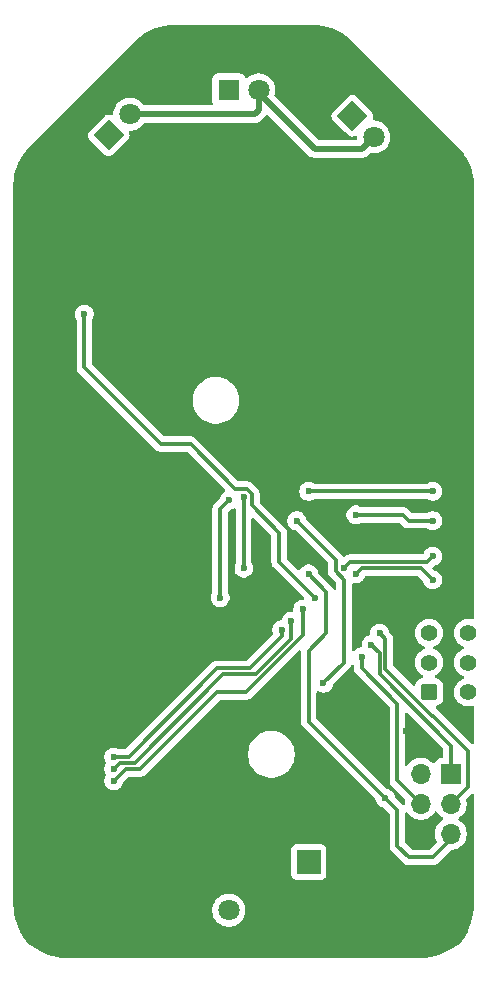
<source format=gbr>
%TF.GenerationSoftware,KiCad,Pcbnew,9.0.0*%
%TF.CreationDate,2025-12-02T16:05:52+02:00*%
%TF.ProjectId,Start_Stop_Remote,53746172-745f-4537-946f-705f52656d6f,rev?*%
%TF.SameCoordinates,Original*%
%TF.FileFunction,Copper,L2,Bot*%
%TF.FilePolarity,Positive*%
%FSLAX46Y46*%
G04 Gerber Fmt 4.6, Leading zero omitted, Abs format (unit mm)*
G04 Created by KiCad (PCBNEW 9.0.0) date 2025-12-02 16:05:52*
%MOMM*%
%LPD*%
G01*
G04 APERTURE LIST*
G04 Aperture macros list*
%AMRoundRect*
0 Rectangle with rounded corners*
0 $1 Rounding radius*
0 $2 $3 $4 $5 $6 $7 $8 $9 X,Y pos of 4 corners*
0 Add a 4 corners polygon primitive as box body*
4,1,4,$2,$3,$4,$5,$6,$7,$8,$9,$2,$3,0*
0 Add four circle primitives for the rounded corners*
1,1,$1+$1,$2,$3*
1,1,$1+$1,$4,$5*
1,1,$1+$1,$6,$7*
1,1,$1+$1,$8,$9*
0 Add four rect primitives between the rounded corners*
20,1,$1+$1,$2,$3,$4,$5,0*
20,1,$1+$1,$4,$5,$6,$7,0*
20,1,$1+$1,$6,$7,$8,$9,0*
20,1,$1+$1,$8,$9,$2,$3,0*%
%AMRotRect*
0 Rectangle, with rotation*
0 The origin of the aperture is its center*
0 $1 length*
0 $2 width*
0 $3 Rotation angle, in degrees counterclockwise*
0 Add horizontal line*
21,1,$1,$2,0,0,$3*%
G04 Aperture macros list end*
%TA.AperFunction,ComponentPad*%
%ADD10C,0.800000*%
%TD*%
%TA.AperFunction,ComponentPad*%
%ADD11C,6.400000*%
%TD*%
%TA.AperFunction,ComponentPad*%
%ADD12RoundRect,0.250000X0.450000X-0.450000X0.450000X0.450000X-0.450000X0.450000X-0.450000X-0.450000X0*%
%TD*%
%TA.AperFunction,ComponentPad*%
%ADD13C,1.400000*%
%TD*%
%TA.AperFunction,ComponentPad*%
%ADD14R,1.800000X1.800000*%
%TD*%
%TA.AperFunction,ComponentPad*%
%ADD15C,1.800000*%
%TD*%
%TA.AperFunction,ComponentPad*%
%ADD16R,1.700000X1.700000*%
%TD*%
%TA.AperFunction,ComponentPad*%
%ADD17O,1.700000X1.700000*%
%TD*%
%TA.AperFunction,ComponentPad*%
%ADD18RotRect,1.800000X1.800000X45.000000*%
%TD*%
%TA.AperFunction,ComponentPad*%
%ADD19R,2.000000X2.000000*%
%TD*%
%TA.AperFunction,ComponentPad*%
%ADD20C,2.000000*%
%TD*%
%TA.AperFunction,ComponentPad*%
%ADD21RotRect,1.800000X1.800000X315.000000*%
%TD*%
%TA.AperFunction,ViaPad*%
%ADD22C,0.600000*%
%TD*%
%TA.AperFunction,Conductor*%
%ADD23C,0.300000*%
%TD*%
%TA.AperFunction,Conductor*%
%ADD24C,0.500000*%
%TD*%
G04 APERTURE END LIST*
D10*
%TO.P,H1,1,1*%
%TO.N,GND*%
X7100000Y-18000000D03*
X7802944Y-16302944D03*
X7802944Y-19697056D03*
X9500000Y-15600000D03*
D11*
X9500000Y-18000000D03*
D10*
X9500000Y-20400000D03*
X11197056Y-16302944D03*
X11197056Y-19697056D03*
X11900000Y-18000000D03*
%TD*%
%TO.P,H3,1,1*%
%TO.N,GND*%
X6600000Y-76000000D03*
X7302944Y-74302944D03*
X7302944Y-77697056D03*
X9000000Y-73600000D03*
D11*
X9000000Y-76000000D03*
D10*
X9000000Y-78400000D03*
X10697056Y-74302944D03*
X10697056Y-77697056D03*
X11400000Y-76000000D03*
%TD*%
D12*
%TO.P,SW6,1,A*%
%TO.N,Net-(BT1-+)*%
X40700000Y-57000000D03*
D13*
%TO.P,SW6,2,B*%
%TO.N,VCC*%
X40700000Y-54500000D03*
%TO.P,SW6,3,C*%
%TO.N,unconnected-(SW6-C-Pad3)*%
X40700000Y-52000000D03*
%TO.P,SW6,4,A*%
%TO.N,unconnected-(SW6-A-Pad4)*%
X44000000Y-52000000D03*
%TO.P,SW6,5,B*%
%TO.N,unconnected-(SW6-B-Pad5)*%
X44000000Y-54500000D03*
%TO.P,SW6,6,C*%
%TO.N,unconnected-(SW6-C-Pad6)*%
X44000000Y-57000000D03*
%TD*%
D10*
%TO.P,H2,1,1*%
%TO.N,GND*%
X38100000Y-18000000D03*
X38802944Y-16302944D03*
X38802944Y-19697056D03*
X40500000Y-15600000D03*
D11*
X40500000Y-18000000D03*
D10*
X40500000Y-20400000D03*
X42197056Y-16302944D03*
X42197056Y-19697056D03*
X42900000Y-18000000D03*
%TD*%
%TO.P,H4,1,1*%
%TO.N,GND*%
X38600000Y-76000000D03*
X39302944Y-74302944D03*
X39302944Y-77697056D03*
X41000000Y-73600000D03*
D11*
X41000000Y-76000000D03*
D10*
X41000000Y-78400000D03*
X42697056Y-74302944D03*
X42697056Y-77697056D03*
X43400000Y-76000000D03*
%TD*%
D14*
%TO.P,D12,1,K*%
%TO.N,GND*%
X26275000Y-75475000D03*
D15*
%TO.P,D12,2,A*%
%TO.N,Net-(D12-A)*%
X23735000Y-75475000D03*
%TD*%
D14*
%TO.P,D10,1,K*%
%TO.N,Net-(D10-K)*%
X23725000Y-6025000D03*
D15*
%TO.P,D10,2,A*%
%TO.N,VCC*%
X26265000Y-6025000D03*
%TD*%
D16*
%TO.P,J1,1,MISO*%
%TO.N,/MISO*%
X42540000Y-63920000D03*
D17*
%TO.P,J1,2,VCC*%
%TO.N,VCC*%
X40000000Y-63920000D03*
%TO.P,J1,3,SCK*%
%TO.N,/SCK*%
X42540000Y-66460000D03*
%TO.P,J1,4,MOSI*%
%TO.N,/MOSI*%
X40000000Y-66460000D03*
%TO.P,J1,5,~{RST}*%
%TO.N,/RESET*%
X42540000Y-69000000D03*
%TO.P,J1,6,GND*%
%TO.N,GND*%
X40000000Y-69000000D03*
%TD*%
D18*
%TO.P,D9,1,K*%
%TO.N,Net-(D1-K)*%
X13565864Y-9868987D03*
D15*
%TO.P,D9,2,A*%
%TO.N,VCC*%
X15361915Y-8072936D03*
%TD*%
D19*
%TO.P,BT1,1,+*%
%TO.N,Net-(BT1-+)*%
X30500000Y-71400000D03*
D20*
%TO.P,BT1,2,-*%
%TO.N,GND*%
X19500000Y-71400000D03*
%TD*%
D21*
%TO.P,D11,1,K*%
%TO.N,Net-(D11-K)*%
X34203949Y-8203949D03*
D15*
%TO.P,D11,2,A*%
%TO.N,VCC*%
X36000000Y-10000000D03*
%TD*%
D22*
%TO.N,GND*%
X35800000Y-45094975D03*
X31500000Y-62500000D03*
X27000000Y-11000000D03*
X24000000Y-46500000D03*
X9000000Y-35500000D03*
X28000000Y-77500000D03*
X29500000Y-56000000D03*
X7000000Y-60500000D03*
X25000000Y-16500000D03*
X26000000Y-50000000D03*
X15000000Y-35500000D03*
X18000000Y-65500000D03*
X11500000Y-56000000D03*
X41000000Y-61500000D03*
X36000000Y-49500000D03*
X17500000Y-31500000D03*
X17500000Y-5500000D03*
X33000000Y-5000000D03*
X39500000Y-48500000D03*
X37000000Y-62500000D03*
X19000000Y-3500000D03*
X19000000Y-12000000D03*
X34000000Y-67000000D03*
X9000000Y-49000000D03*
X34500000Y-58500000D03*
X31500000Y-57500000D03*
X27000000Y-39800000D03*
X43500000Y-60000000D03*
X18000000Y-49000000D03*
X27500000Y-4000000D03*
X29500000Y-13500000D03*
X38700000Y-60325007D03*
X38500000Y-54000000D03*
X33500000Y-41000000D03*
X6500000Y-71500000D03*
X37000000Y-58500000D03*
X34000000Y-44000000D03*
X25000000Y-27000000D03*
X18500000Y-56000000D03*
%TO.N,/S_LED1*%
X14000000Y-62495000D03*
X28212132Y-51712132D03*
%TO.N,/S_LED2*%
X29000000Y-51000000D03*
X14000000Y-63495000D03*
%TO.N,/S_LED3*%
X14000000Y-64495000D03*
X30000000Y-50000001D03*
%TO.N,/MOSI*%
X31000000Y-49000000D03*
X35000000Y-54000000D03*
X11500000Y-25000000D03*
%TO.N,/MISO*%
X35800000Y-53000000D03*
%TO.N,/SCK*%
X36500000Y-52000000D03*
%TO.N,/RESET*%
X30500000Y-47000000D03*
X37000000Y-66000000D03*
%TO.N,/CMD_LEDS*%
X29500000Y-42500000D03*
X31750000Y-56250000D03*
%TO.N,/SW_STOP*%
X23750000Y-40750000D03*
X23000000Y-49000000D03*
%TO.N,Net-(U1-PD0)*%
X30500000Y-40000000D03*
X25000000Y-46500000D03*
X41000000Y-40000000D03*
X25000000Y-40500000D03*
%TO.N,Net-(U1-ADC6)*%
X41000000Y-47500000D03*
X34494975Y-46994976D03*
%TO.N,Net-(U1-ADC7)*%
X41000000Y-42500000D03*
X34500000Y-42000000D03*
%TO.N,Net-(U1-AREF)*%
X33500000Y-46500000D03*
X41000000Y-45500000D03*
%TD*%
D23*
%TO.N,/S_LED1*%
X25500000Y-55000000D02*
X28212132Y-52287868D01*
X14000000Y-62495000D02*
X15255000Y-62495000D01*
X22750000Y-55000000D02*
X25500000Y-55000000D01*
X15255000Y-62495000D02*
X22750000Y-55000000D01*
X28212132Y-52287868D02*
X28212132Y-51712132D01*
%TO.N,/S_LED2*%
X15755000Y-62995000D02*
X14500000Y-62995000D01*
X26000000Y-55500000D02*
X23250000Y-55500000D01*
X14500000Y-62995000D02*
X14000000Y-63495000D01*
X29000000Y-52500000D02*
X26000000Y-55500000D01*
X29000000Y-51000000D02*
X29000000Y-52500000D01*
X23250000Y-55500000D02*
X15755000Y-62995000D01*
%TO.N,/S_LED3*%
X25207106Y-57000000D02*
X22750000Y-57000000D01*
X14995000Y-63500000D02*
X14000000Y-64495000D01*
X16250000Y-63500000D02*
X14995000Y-63500000D01*
X30000000Y-50000001D02*
X30000000Y-52207106D01*
X22750000Y-57000000D02*
X16250000Y-63500000D01*
X30000000Y-52207106D02*
X25207106Y-57000000D01*
%TO.N,/MOSI*%
X38000000Y-58000000D02*
X35000000Y-55000000D01*
X40000000Y-66460000D02*
X38000000Y-64460000D01*
X28000000Y-46000000D02*
X28000000Y-43500000D01*
X20500000Y-36000000D02*
X18000000Y-36000000D01*
X38000000Y-64460000D02*
X38000000Y-58000000D01*
X25289950Y-39800000D02*
X24300000Y-39800000D01*
X28000000Y-43500000D02*
X25700000Y-41200000D01*
X11500000Y-29500000D02*
X11500000Y-25000000D01*
X24300000Y-39800000D02*
X20500000Y-36000000D01*
X25700000Y-40210050D02*
X25289950Y-39800000D01*
X31000000Y-49000000D02*
X28000000Y-46000000D01*
X18000000Y-36000000D02*
X11500000Y-29500000D01*
X25700000Y-41200000D02*
X25700000Y-40210050D01*
X35000000Y-55000000D02*
X35000000Y-54000000D01*
D24*
%TO.N,VCC*%
X25927064Y-8072936D02*
X26265000Y-7735000D01*
X31000000Y-11000000D02*
X35000000Y-11000000D01*
X26265000Y-7735000D02*
X26265000Y-6025000D01*
X15361915Y-8072936D02*
X25927064Y-8072936D01*
X26265000Y-6265000D02*
X31000000Y-11000000D01*
X35000000Y-11000000D02*
X36000000Y-10000000D01*
X26265000Y-6025000D02*
X26265000Y-6265000D01*
D23*
%TO.N,/MISO*%
X42540000Y-61540000D02*
X36500000Y-55500000D01*
X36500000Y-55500000D02*
X36500000Y-53700000D01*
X36500000Y-53700000D02*
X35800000Y-53000000D01*
X42540000Y-63920000D02*
X42540000Y-61540000D01*
%TO.N,/SCK*%
X41000000Y-59000000D02*
X40943130Y-59000000D01*
X44000000Y-65000000D02*
X44000000Y-62000000D01*
X44000000Y-62000000D02*
X41000000Y-59000000D01*
X40943130Y-59000000D02*
X37000000Y-55056870D01*
X37000000Y-55056870D02*
X37000000Y-52500000D01*
X37000000Y-52500000D02*
X36500000Y-52000000D01*
X42540000Y-66460000D02*
X44000000Y-65000000D01*
%TO.N,/RESET*%
X30500000Y-59500000D02*
X37000000Y-66000000D01*
X38000000Y-70000000D02*
X39000000Y-71000000D01*
X42540000Y-69480000D02*
X42540000Y-69000000D01*
X32000000Y-52000000D02*
X30500000Y-53500000D01*
X30500000Y-47000000D02*
X32000000Y-48500000D01*
X41020000Y-71000000D02*
X42540000Y-69480000D01*
X30500000Y-53500000D02*
X30500000Y-59500000D01*
X38000000Y-67000000D02*
X38000000Y-70000000D01*
X37000000Y-66000000D02*
X38000000Y-67000000D01*
X32000000Y-48500000D02*
X32000000Y-52000000D01*
X39000000Y-71000000D02*
X41020000Y-71000000D01*
%TO.N,/CMD_LEDS*%
X33500000Y-47489950D02*
X33500000Y-54500000D01*
X29500000Y-42500000D02*
X32800000Y-45800000D01*
X32800000Y-45800000D02*
X32800000Y-46789950D01*
X33500000Y-54500000D02*
X31750000Y-56250000D01*
X32800000Y-46789950D02*
X33500000Y-47489950D01*
%TO.N,/SW_STOP*%
X23000000Y-41500000D02*
X23750000Y-40750000D01*
X23000000Y-49000000D02*
X23000000Y-41500000D01*
%TO.N,Net-(U1-PD0)*%
X25000000Y-46500000D02*
X25000000Y-40500000D01*
X30500000Y-40000000D02*
X41000000Y-40000000D01*
%TO.N,Net-(U1-ADC6)*%
X34989951Y-46500000D02*
X40000000Y-46500000D01*
X40000000Y-46500000D02*
X41000000Y-47500000D01*
X34494975Y-46994976D02*
X34989951Y-46500000D01*
%TO.N,Net-(U1-ADC7)*%
X34500000Y-42000000D02*
X38500000Y-42000000D01*
X40000000Y-42500000D02*
X41000000Y-42500000D01*
X39000000Y-42500000D02*
X40000000Y-42500000D01*
X38500000Y-42000000D02*
X39000000Y-42500000D01*
%TO.N,Net-(U1-AREF)*%
X34000000Y-46000000D02*
X40500000Y-46000000D01*
X40500000Y-46000000D02*
X41000000Y-45500000D01*
X33500000Y-46500000D02*
X34000000Y-46000000D01*
%TD*%
%TA.AperFunction,Conductor*%
%TO.N,GND*%
G36*
X30931631Y-500618D02*
G01*
X31315701Y-517388D01*
X31326437Y-518328D01*
X31704908Y-568155D01*
X31715527Y-570027D01*
X32088220Y-652650D01*
X32098646Y-655444D01*
X32347063Y-733768D01*
X32462697Y-770227D01*
X32472862Y-773927D01*
X32825505Y-919993D01*
X32835308Y-924564D01*
X33173890Y-1100813D01*
X33183255Y-1106218D01*
X33505199Y-1311313D01*
X33514053Y-1317513D01*
X33699751Y-1459998D01*
X33816889Y-1549878D01*
X33825175Y-1556831D01*
X34107988Y-1815969D01*
X34111898Y-1819712D01*
X43179697Y-10887511D01*
X43183432Y-10891412D01*
X43294657Y-11012791D01*
X43443159Y-11174851D01*
X43450113Y-11183138D01*
X43682481Y-11485965D01*
X43688686Y-11494827D01*
X43893773Y-11816750D01*
X43899181Y-11826118D01*
X44075433Y-12164696D01*
X44080005Y-12174501D01*
X44226070Y-12527140D01*
X44229770Y-12537305D01*
X44344548Y-12901340D01*
X44347348Y-12911790D01*
X44429962Y-13284453D01*
X44431840Y-13295106D01*
X44481656Y-13673534D01*
X44482599Y-13684311D01*
X44499381Y-14068791D01*
X44499499Y-14074196D01*
X44499499Y-14107126D01*
X44499499Y-14136953D01*
X44499499Y-14136955D01*
X44499500Y-14146947D01*
X44499500Y-50729345D01*
X44479815Y-50796384D01*
X44427011Y-50842139D01*
X44357853Y-50852083D01*
X44337181Y-50847276D01*
X44281118Y-50829059D01*
X44094486Y-50799500D01*
X44094481Y-50799500D01*
X43905519Y-50799500D01*
X43905514Y-50799500D01*
X43718881Y-50829059D01*
X43539163Y-50887454D01*
X43370800Y-50973240D01*
X43283579Y-51036610D01*
X43217927Y-51084310D01*
X43217925Y-51084312D01*
X43217924Y-51084312D01*
X43084312Y-51217924D01*
X43084312Y-51217925D01*
X43084310Y-51217927D01*
X43075347Y-51230264D01*
X42973240Y-51370800D01*
X42887454Y-51539163D01*
X42829059Y-51718881D01*
X42799500Y-51905513D01*
X42799500Y-52094486D01*
X42829059Y-52281118D01*
X42887454Y-52460836D01*
X42968968Y-52620814D01*
X42973240Y-52629199D01*
X43084310Y-52782073D01*
X43217927Y-52915690D01*
X43370801Y-53026760D01*
X43450347Y-53067290D01*
X43539163Y-53112545D01*
X43539165Y-53112545D01*
X43539168Y-53112547D01*
X43599251Y-53132069D01*
X43656926Y-53171507D01*
X43684124Y-53235866D01*
X43672209Y-53304712D01*
X43624965Y-53356188D01*
X43599253Y-53367930D01*
X43580756Y-53373939D01*
X43539163Y-53387454D01*
X43370800Y-53473240D01*
X43330386Y-53502603D01*
X43217927Y-53584310D01*
X43217925Y-53584312D01*
X43217924Y-53584312D01*
X43084312Y-53717924D01*
X43084312Y-53717925D01*
X43084310Y-53717927D01*
X43073267Y-53733127D01*
X42973240Y-53870800D01*
X42887454Y-54039163D01*
X42829059Y-54218881D01*
X42799500Y-54405513D01*
X42799500Y-54594486D01*
X42829059Y-54781118D01*
X42887454Y-54960836D01*
X42940055Y-55064070D01*
X42973240Y-55129199D01*
X43084310Y-55282073D01*
X43217927Y-55415690D01*
X43370801Y-55526760D01*
X43433946Y-55558934D01*
X43539163Y-55612545D01*
X43539165Y-55612545D01*
X43539168Y-55612547D01*
X43599251Y-55632069D01*
X43656926Y-55671507D01*
X43684124Y-55735866D01*
X43672209Y-55804712D01*
X43624965Y-55856188D01*
X43599253Y-55867930D01*
X43580756Y-55873939D01*
X43539163Y-55887454D01*
X43370800Y-55973240D01*
X43283579Y-56036610D01*
X43217927Y-56084310D01*
X43217925Y-56084312D01*
X43217924Y-56084312D01*
X43084312Y-56217924D01*
X43084312Y-56217925D01*
X43084310Y-56217927D01*
X43036610Y-56283579D01*
X42973240Y-56370800D01*
X42887454Y-56539163D01*
X42829059Y-56718881D01*
X42799500Y-56905513D01*
X42799500Y-57094486D01*
X42829059Y-57281118D01*
X42887454Y-57460836D01*
X42971355Y-57625500D01*
X42973240Y-57629199D01*
X43084310Y-57782073D01*
X43217927Y-57915690D01*
X43370801Y-58026760D01*
X43402105Y-58042710D01*
X43539163Y-58112545D01*
X43539165Y-58112545D01*
X43539168Y-58112547D01*
X43635497Y-58143846D01*
X43718881Y-58170940D01*
X43905514Y-58200500D01*
X43905519Y-58200500D01*
X44094486Y-58200500D01*
X44184963Y-58186169D01*
X44281118Y-58170940D01*
X44281123Y-58170938D01*
X44281125Y-58170938D01*
X44311447Y-58161085D01*
X44337180Y-58152723D01*
X44407021Y-58150727D01*
X44466854Y-58186806D01*
X44497683Y-58249507D01*
X44499500Y-58270654D01*
X44499500Y-61280191D01*
X44479815Y-61347230D01*
X44427011Y-61392985D01*
X44357853Y-61402929D01*
X44294297Y-61373904D01*
X44287819Y-61367872D01*
X41414673Y-58494726D01*
X41308126Y-58423534D01*
X41300298Y-58420292D01*
X41245895Y-58376450D01*
X41223832Y-58310155D01*
X41241113Y-58242456D01*
X41292251Y-58194847D01*
X41308740Y-58188029D01*
X41469334Y-58134814D01*
X41618656Y-58042712D01*
X41742712Y-57918656D01*
X41834814Y-57769334D01*
X41889999Y-57602797D01*
X41900500Y-57500009D01*
X41900499Y-56499992D01*
X41898814Y-56483500D01*
X41889999Y-56397203D01*
X41889998Y-56397200D01*
X41881250Y-56370800D01*
X41834814Y-56230666D01*
X41742712Y-56081344D01*
X41618656Y-55957288D01*
X41525888Y-55900069D01*
X41469336Y-55865187D01*
X41469331Y-55865185D01*
X41442180Y-55856188D01*
X41302797Y-55810001D01*
X41302795Y-55810000D01*
X41280424Y-55807715D01*
X41215733Y-55781317D01*
X41175583Y-55724136D01*
X41172721Y-55654325D01*
X41208056Y-55594049D01*
X41236731Y-55573874D01*
X41329199Y-55526760D01*
X41482073Y-55415690D01*
X41615690Y-55282073D01*
X41726760Y-55129199D01*
X41812547Y-54960832D01*
X41870940Y-54781118D01*
X41872328Y-54772352D01*
X41900500Y-54594486D01*
X41900500Y-54405513D01*
X41870940Y-54218881D01*
X41812545Y-54039163D01*
X41726759Y-53870800D01*
X41615690Y-53717927D01*
X41482073Y-53584310D01*
X41329199Y-53473240D01*
X41228105Y-53421730D01*
X41160834Y-53387454D01*
X41160833Y-53387453D01*
X41160832Y-53387453D01*
X41100748Y-53367930D01*
X41043073Y-53328493D01*
X41015875Y-53264135D01*
X41027790Y-53195288D01*
X41075034Y-53143813D01*
X41100746Y-53132069D01*
X41160832Y-53112547D01*
X41329199Y-53026760D01*
X41482073Y-52915690D01*
X41615690Y-52782073D01*
X41726760Y-52629199D01*
X41812547Y-52460832D01*
X41870940Y-52281118D01*
X41876443Y-52246373D01*
X41900500Y-52094486D01*
X41900500Y-51905513D01*
X41870940Y-51718881D01*
X41812545Y-51539163D01*
X41767290Y-51450347D01*
X41726760Y-51370801D01*
X41615690Y-51217927D01*
X41482073Y-51084310D01*
X41329199Y-50973240D01*
X41160836Y-50887454D01*
X40981118Y-50829059D01*
X40794486Y-50799500D01*
X40794481Y-50799500D01*
X40605519Y-50799500D01*
X40605514Y-50799500D01*
X40418881Y-50829059D01*
X40239163Y-50887454D01*
X40070800Y-50973240D01*
X39983579Y-51036610D01*
X39917927Y-51084310D01*
X39917925Y-51084312D01*
X39917924Y-51084312D01*
X39784312Y-51217924D01*
X39784312Y-51217925D01*
X39784310Y-51217927D01*
X39775347Y-51230264D01*
X39673240Y-51370800D01*
X39587454Y-51539163D01*
X39529059Y-51718881D01*
X39499500Y-51905513D01*
X39499500Y-52094486D01*
X39529059Y-52281118D01*
X39587454Y-52460836D01*
X39668968Y-52620814D01*
X39673240Y-52629199D01*
X39784310Y-52782073D01*
X39917927Y-52915690D01*
X40070801Y-53026760D01*
X40150347Y-53067290D01*
X40239163Y-53112545D01*
X40239165Y-53112545D01*
X40239168Y-53112547D01*
X40299251Y-53132069D01*
X40356926Y-53171507D01*
X40384124Y-53235866D01*
X40372209Y-53304712D01*
X40324965Y-53356188D01*
X40299253Y-53367930D01*
X40280756Y-53373939D01*
X40239163Y-53387454D01*
X40070800Y-53473240D01*
X40030386Y-53502603D01*
X39917927Y-53584310D01*
X39917925Y-53584312D01*
X39917924Y-53584312D01*
X39784312Y-53717924D01*
X39784312Y-53717925D01*
X39784310Y-53717927D01*
X39773267Y-53733127D01*
X39673240Y-53870800D01*
X39587454Y-54039163D01*
X39529059Y-54218881D01*
X39499500Y-54405513D01*
X39499500Y-54594486D01*
X39529059Y-54781118D01*
X39587454Y-54960836D01*
X39640055Y-55064070D01*
X39673240Y-55129199D01*
X39784310Y-55282073D01*
X39917927Y-55415690D01*
X39978339Y-55459582D01*
X40070802Y-55526761D01*
X40163264Y-55573872D01*
X40214061Y-55621846D01*
X40230856Y-55689667D01*
X40208319Y-55755802D01*
X40153604Y-55799254D01*
X40119576Y-55807715D01*
X40097200Y-55810001D01*
X39930668Y-55865185D01*
X39930663Y-55865187D01*
X39781342Y-55957289D01*
X39657289Y-56081342D01*
X39565187Y-56230663D01*
X39565186Y-56230666D01*
X39511081Y-56393942D01*
X39471308Y-56451386D01*
X39406792Y-56478209D01*
X39338016Y-56465894D01*
X39305694Y-56442618D01*
X37686819Y-54823743D01*
X37653334Y-54762420D01*
X37650500Y-54736062D01*
X37650500Y-52435928D01*
X37625502Y-52310261D01*
X37625501Y-52310260D01*
X37625501Y-52310256D01*
X37576465Y-52191873D01*
X37543834Y-52143037D01*
X37543833Y-52143035D01*
X37543832Y-52143033D01*
X37505280Y-52085336D01*
X37505277Y-52085331D01*
X37317015Y-51897069D01*
X37283530Y-51835746D01*
X37283093Y-51833652D01*
X37269737Y-51766503D01*
X37245599Y-51708230D01*
X37209397Y-51620827D01*
X37209390Y-51620814D01*
X37121789Y-51489711D01*
X37121786Y-51489707D01*
X37010292Y-51378213D01*
X37010288Y-51378210D01*
X36879185Y-51290609D01*
X36879172Y-51290602D01*
X36733501Y-51230264D01*
X36733489Y-51230261D01*
X36578845Y-51199500D01*
X36578842Y-51199500D01*
X36421158Y-51199500D01*
X36421155Y-51199500D01*
X36266510Y-51230261D01*
X36266498Y-51230264D01*
X36120827Y-51290602D01*
X36120814Y-51290609D01*
X35989711Y-51378210D01*
X35989707Y-51378213D01*
X35878213Y-51489707D01*
X35878210Y-51489711D01*
X35790609Y-51620814D01*
X35790602Y-51620827D01*
X35730264Y-51766498D01*
X35730261Y-51766510D01*
X35699500Y-51921153D01*
X35699500Y-52078844D01*
X35700097Y-52084907D01*
X35698538Y-52085060D01*
X35692990Y-52147031D01*
X35650124Y-52202206D01*
X35601796Y-52223242D01*
X35566505Y-52230262D01*
X35566498Y-52230264D01*
X35420827Y-52290602D01*
X35420814Y-52290609D01*
X35289711Y-52378210D01*
X35289707Y-52378213D01*
X35178213Y-52489707D01*
X35178210Y-52489711D01*
X35090609Y-52620814D01*
X35090602Y-52620827D01*
X35030264Y-52766498D01*
X35030261Y-52766510D01*
X34999500Y-52921153D01*
X34999500Y-53082152D01*
X34979815Y-53149191D01*
X34927011Y-53194946D01*
X34899692Y-53203769D01*
X34766508Y-53230261D01*
X34766498Y-53230264D01*
X34620827Y-53290602D01*
X34620814Y-53290609D01*
X34489711Y-53378210D01*
X34489707Y-53378213D01*
X34378213Y-53489707D01*
X34378206Y-53489716D01*
X34377597Y-53490628D01*
X34377155Y-53490997D01*
X34374347Y-53494419D01*
X34373697Y-53493886D01*
X34323982Y-53535429D01*
X34254656Y-53544132D01*
X34191631Y-53513973D01*
X34154916Y-53454527D01*
X34150500Y-53421730D01*
X34150500Y-47893732D01*
X34170185Y-47826693D01*
X34222989Y-47780938D01*
X34292147Y-47770994D01*
X34298678Y-47772112D01*
X34343046Y-47780938D01*
X34416130Y-47795476D01*
X34416133Y-47795476D01*
X34573819Y-47795476D01*
X34573820Y-47795475D01*
X34728472Y-47764713D01*
X34874154Y-47704370D01*
X35005264Y-47616765D01*
X35116764Y-47505265D01*
X35204369Y-47374155D01*
X35264712Y-47228473D01*
X35264712Y-47228471D01*
X35265302Y-47227048D01*
X35309142Y-47172644D01*
X35375436Y-47150579D01*
X35379863Y-47150500D01*
X39679192Y-47150500D01*
X39746231Y-47170185D01*
X39766873Y-47186819D01*
X40182984Y-47602930D01*
X40216469Y-47664253D01*
X40216920Y-47666420D01*
X40230261Y-47733489D01*
X40230264Y-47733501D01*
X40290602Y-47879172D01*
X40290609Y-47879185D01*
X40378210Y-48010288D01*
X40378213Y-48010292D01*
X40489707Y-48121786D01*
X40489711Y-48121789D01*
X40620814Y-48209390D01*
X40620827Y-48209397D01*
X40766498Y-48269735D01*
X40766503Y-48269737D01*
X40921153Y-48300499D01*
X40921156Y-48300500D01*
X40921158Y-48300500D01*
X41078844Y-48300500D01*
X41078845Y-48300499D01*
X41233497Y-48269737D01*
X41379179Y-48209394D01*
X41510289Y-48121789D01*
X41621789Y-48010289D01*
X41709394Y-47879179D01*
X41769737Y-47733497D01*
X41800500Y-47578842D01*
X41800500Y-47421158D01*
X41800500Y-47421155D01*
X41800499Y-47421153D01*
X41769738Y-47266510D01*
X41769737Y-47266503D01*
X41753985Y-47228473D01*
X41709397Y-47120827D01*
X41709390Y-47120814D01*
X41621789Y-46989711D01*
X41621786Y-46989707D01*
X41510292Y-46878213D01*
X41510288Y-46878210D01*
X41379185Y-46790609D01*
X41379172Y-46790602D01*
X41233501Y-46730264D01*
X41233489Y-46730261D01*
X41166420Y-46716920D01*
X41149663Y-46708155D01*
X41131184Y-46704135D01*
X41106145Y-46685390D01*
X41104509Y-46684535D01*
X41102930Y-46682984D01*
X41007626Y-46587680D01*
X40974141Y-46526357D01*
X40979125Y-46456665D01*
X41007623Y-46412322D01*
X41102931Y-46317013D01*
X41164252Y-46283530D01*
X41166317Y-46283099D01*
X41233497Y-46269737D01*
X41379179Y-46209394D01*
X41510289Y-46121789D01*
X41621789Y-46010289D01*
X41709394Y-45879179D01*
X41769737Y-45733497D01*
X41800500Y-45578842D01*
X41800500Y-45421158D01*
X41800500Y-45421155D01*
X41800499Y-45421153D01*
X41799489Y-45416073D01*
X41769737Y-45266503D01*
X41769735Y-45266498D01*
X41709397Y-45120827D01*
X41709390Y-45120814D01*
X41621789Y-44989711D01*
X41621786Y-44989707D01*
X41510292Y-44878213D01*
X41510288Y-44878210D01*
X41379185Y-44790609D01*
X41379172Y-44790602D01*
X41233501Y-44730264D01*
X41233489Y-44730261D01*
X41078845Y-44699500D01*
X41078842Y-44699500D01*
X40921158Y-44699500D01*
X40921155Y-44699500D01*
X40766510Y-44730261D01*
X40766498Y-44730264D01*
X40620827Y-44790602D01*
X40620814Y-44790609D01*
X40489711Y-44878210D01*
X40489707Y-44878213D01*
X40378213Y-44989707D01*
X40378210Y-44989711D01*
X40290609Y-45120814D01*
X40290602Y-45120827D01*
X40227932Y-45272131D01*
X40225477Y-45271114D01*
X40193490Y-45319930D01*
X40129679Y-45348390D01*
X40113122Y-45349500D01*
X33935929Y-45349500D01*
X33810261Y-45374497D01*
X33810255Y-45374499D01*
X33709887Y-45416073D01*
X33709885Y-45416074D01*
X33697612Y-45421158D01*
X33691873Y-45423535D01*
X33585331Y-45494723D01*
X33560229Y-45519824D01*
X33551072Y-45526173D01*
X33528060Y-45533813D01*
X33506780Y-45545433D01*
X33495496Y-45544625D01*
X33484762Y-45548190D01*
X33461273Y-45542177D01*
X33437089Y-45540447D01*
X33428034Y-45533668D01*
X33417075Y-45530863D01*
X33400564Y-45513103D01*
X33381156Y-45498574D01*
X33377323Y-45493157D01*
X33373963Y-45488129D01*
X33339086Y-45435931D01*
X33339085Y-45435929D01*
X33339084Y-45435927D01*
X33305280Y-45385336D01*
X33305277Y-45385331D01*
X30317015Y-42397069D01*
X30283530Y-42335746D01*
X30283093Y-42333652D01*
X30269737Y-42266503D01*
X30245599Y-42208230D01*
X30209397Y-42120827D01*
X30209390Y-42120814D01*
X30121790Y-41989712D01*
X30121784Y-41989705D01*
X30053232Y-41921153D01*
X33699500Y-41921153D01*
X33699500Y-42078846D01*
X33730261Y-42233489D01*
X33730264Y-42233501D01*
X33790602Y-42379172D01*
X33790609Y-42379185D01*
X33878210Y-42510288D01*
X33878213Y-42510292D01*
X33989707Y-42621786D01*
X33989711Y-42621789D01*
X34120814Y-42709390D01*
X34120827Y-42709397D01*
X34266498Y-42769735D01*
X34266503Y-42769737D01*
X34421153Y-42800499D01*
X34421156Y-42800500D01*
X34421158Y-42800500D01*
X34578844Y-42800500D01*
X34578845Y-42800499D01*
X34733497Y-42769737D01*
X34879179Y-42709394D01*
X34936044Y-42671397D01*
X35002721Y-42650520D01*
X35004935Y-42650500D01*
X38179192Y-42650500D01*
X38246231Y-42670185D01*
X38266873Y-42686819D01*
X38585325Y-43005272D01*
X38585326Y-43005273D01*
X38585329Y-43005275D01*
X38585331Y-43005277D01*
X38691873Y-43076465D01*
X38810256Y-43125501D01*
X38810260Y-43125501D01*
X38810261Y-43125502D01*
X38935928Y-43150500D01*
X38935931Y-43150500D01*
X39064069Y-43150500D01*
X39935931Y-43150500D01*
X40495065Y-43150500D01*
X40562104Y-43170185D01*
X40563909Y-43171366D01*
X40620821Y-43209394D01*
X40620823Y-43209395D01*
X40620827Y-43209397D01*
X40766498Y-43269735D01*
X40766503Y-43269737D01*
X40870468Y-43290417D01*
X40921153Y-43300499D01*
X40921156Y-43300500D01*
X40921158Y-43300500D01*
X41078844Y-43300500D01*
X41078845Y-43300499D01*
X41233497Y-43269737D01*
X41379179Y-43209394D01*
X41510289Y-43121789D01*
X41621789Y-43010289D01*
X41709394Y-42879179D01*
X41769737Y-42733497D01*
X41800500Y-42578842D01*
X41800500Y-42421158D01*
X41800500Y-42421155D01*
X41800499Y-42421153D01*
X41790418Y-42370471D01*
X41769737Y-42266503D01*
X41756062Y-42233489D01*
X41709397Y-42120827D01*
X41709390Y-42120814D01*
X41621789Y-41989711D01*
X41621786Y-41989707D01*
X41510292Y-41878213D01*
X41510288Y-41878210D01*
X41379185Y-41790609D01*
X41379172Y-41790602D01*
X41233501Y-41730264D01*
X41233489Y-41730261D01*
X41078845Y-41699500D01*
X41078842Y-41699500D01*
X40921158Y-41699500D01*
X40921155Y-41699500D01*
X40766510Y-41730261D01*
X40766498Y-41730264D01*
X40620827Y-41790602D01*
X40620820Y-41790606D01*
X40591928Y-41809911D01*
X40563955Y-41828602D01*
X40497279Y-41849480D01*
X40495065Y-41849500D01*
X39320808Y-41849500D01*
X39253769Y-41829815D01*
X39233127Y-41813181D01*
X38914674Y-41494727D01*
X38914673Y-41494726D01*
X38908573Y-41490650D01*
X38808127Y-41423535D01*
X38689744Y-41374499D01*
X38689741Y-41374498D01*
X38682932Y-41373144D01*
X38676122Y-41371789D01*
X38676120Y-41371788D01*
X38676120Y-41371789D01*
X38564071Y-41349500D01*
X38564069Y-41349500D01*
X35004935Y-41349500D01*
X34937896Y-41329815D01*
X34936090Y-41328633D01*
X34879179Y-41290606D01*
X34879172Y-41290602D01*
X34733501Y-41230264D01*
X34733489Y-41230261D01*
X34578845Y-41199500D01*
X34578842Y-41199500D01*
X34421158Y-41199500D01*
X34421155Y-41199500D01*
X34266510Y-41230261D01*
X34266498Y-41230264D01*
X34120827Y-41290602D01*
X34120814Y-41290609D01*
X33989711Y-41378210D01*
X33989707Y-41378213D01*
X33878213Y-41489707D01*
X33878210Y-41489711D01*
X33790609Y-41620814D01*
X33790602Y-41620827D01*
X33730264Y-41766498D01*
X33730261Y-41766510D01*
X33699500Y-41921153D01*
X30053232Y-41921153D01*
X30010292Y-41878213D01*
X30010288Y-41878210D01*
X29879185Y-41790609D01*
X29879172Y-41790602D01*
X29733501Y-41730264D01*
X29733489Y-41730261D01*
X29578845Y-41699500D01*
X29578842Y-41699500D01*
X29421158Y-41699500D01*
X29421155Y-41699500D01*
X29266510Y-41730261D01*
X29266498Y-41730264D01*
X29120827Y-41790602D01*
X29120814Y-41790609D01*
X28989711Y-41878210D01*
X28989707Y-41878213D01*
X28878213Y-41989707D01*
X28878210Y-41989711D01*
X28790609Y-42120814D01*
X28790602Y-42120827D01*
X28730264Y-42266498D01*
X28730261Y-42266510D01*
X28699500Y-42421153D01*
X28699500Y-42578846D01*
X28730261Y-42733489D01*
X28730264Y-42733501D01*
X28790602Y-42879172D01*
X28790609Y-42879185D01*
X28878210Y-43010288D01*
X28878213Y-43010292D01*
X28989707Y-43121786D01*
X28989711Y-43121789D01*
X29120814Y-43209390D01*
X29120827Y-43209397D01*
X29208230Y-43245599D01*
X29266503Y-43269737D01*
X29333580Y-43283079D01*
X29395490Y-43315463D01*
X29397069Y-43317015D01*
X32113181Y-46033127D01*
X32146666Y-46094450D01*
X32149500Y-46120808D01*
X32149500Y-46854019D01*
X32165794Y-46935931D01*
X32174499Y-46979694D01*
X32223535Y-47098077D01*
X32282830Y-47186819D01*
X32294726Y-47204623D01*
X32294727Y-47204624D01*
X32813181Y-47723077D01*
X32846666Y-47784400D01*
X32849500Y-47810758D01*
X32849500Y-48227647D01*
X32829815Y-48294686D01*
X32777011Y-48340441D01*
X32707853Y-48350385D01*
X32644297Y-48321360D01*
X32610939Y-48275100D01*
X32576464Y-48191871D01*
X32505277Y-48085331D01*
X32505271Y-48085324D01*
X31317014Y-46897068D01*
X31283529Y-46835745D01*
X31283105Y-46833714D01*
X31269737Y-46766503D01*
X31209397Y-46620828D01*
X31209397Y-46620827D01*
X31209390Y-46620814D01*
X31121789Y-46489711D01*
X31121786Y-46489707D01*
X31010292Y-46378213D01*
X31010288Y-46378210D01*
X30879185Y-46290609D01*
X30879172Y-46290602D01*
X30733501Y-46230264D01*
X30733489Y-46230261D01*
X30578845Y-46199500D01*
X30578842Y-46199500D01*
X30421158Y-46199500D01*
X30421155Y-46199500D01*
X30266510Y-46230261D01*
X30266498Y-46230264D01*
X30120827Y-46290602D01*
X30120814Y-46290609D01*
X29989711Y-46378210D01*
X29989707Y-46378213D01*
X29878213Y-46489707D01*
X29878210Y-46489711D01*
X29790609Y-46620814D01*
X29790602Y-46620828D01*
X29788444Y-46626038D01*
X29744600Y-46680438D01*
X29678304Y-46702499D01*
X29610606Y-46685216D01*
X29586205Y-46666259D01*
X28686819Y-45766873D01*
X28653334Y-45705550D01*
X28650500Y-45679192D01*
X28650500Y-43435928D01*
X28625502Y-43310261D01*
X28625501Y-43310260D01*
X28625501Y-43310256D01*
X28583724Y-43209397D01*
X28576466Y-43191875D01*
X28576461Y-43191866D01*
X28505277Y-43085332D01*
X28496410Y-43076465D01*
X28414669Y-42994724D01*
X26386819Y-40966873D01*
X26353334Y-40905550D01*
X26350500Y-40879192D01*
X26350500Y-40145978D01*
X26325502Y-40020311D01*
X26325501Y-40020310D01*
X26325501Y-40020306D01*
X26284430Y-39921153D01*
X29699500Y-39921153D01*
X29699500Y-40078846D01*
X29730261Y-40233489D01*
X29730264Y-40233501D01*
X29790602Y-40379172D01*
X29790609Y-40379185D01*
X29878210Y-40510288D01*
X29878213Y-40510292D01*
X29989707Y-40621786D01*
X29989711Y-40621789D01*
X30120814Y-40709390D01*
X30120827Y-40709397D01*
X30266498Y-40769735D01*
X30266503Y-40769737D01*
X30421153Y-40800499D01*
X30421156Y-40800500D01*
X30421158Y-40800500D01*
X30578844Y-40800500D01*
X30578845Y-40800499D01*
X30733497Y-40769737D01*
X30879179Y-40709394D01*
X30936044Y-40671397D01*
X31002721Y-40650520D01*
X31004935Y-40650500D01*
X40495065Y-40650500D01*
X40562104Y-40670185D01*
X40563909Y-40671366D01*
X40620821Y-40709394D01*
X40620823Y-40709395D01*
X40620827Y-40709397D01*
X40766498Y-40769735D01*
X40766503Y-40769737D01*
X40921153Y-40800499D01*
X40921156Y-40800500D01*
X40921158Y-40800500D01*
X41078844Y-40800500D01*
X41078845Y-40800499D01*
X41233497Y-40769737D01*
X41379179Y-40709394D01*
X41510289Y-40621789D01*
X41621789Y-40510289D01*
X41709394Y-40379179D01*
X41712854Y-40370827D01*
X41767163Y-40239711D01*
X41769737Y-40233497D01*
X41800500Y-40078842D01*
X41800500Y-39921158D01*
X41800500Y-39921155D01*
X41800499Y-39921153D01*
X41786246Y-39849500D01*
X41769737Y-39766503D01*
X41769735Y-39766498D01*
X41709397Y-39620827D01*
X41709390Y-39620814D01*
X41621789Y-39489711D01*
X41621786Y-39489707D01*
X41510292Y-39378213D01*
X41510288Y-39378210D01*
X41379185Y-39290609D01*
X41379172Y-39290602D01*
X41233501Y-39230264D01*
X41233489Y-39230261D01*
X41078845Y-39199500D01*
X41078842Y-39199500D01*
X40921158Y-39199500D01*
X40921155Y-39199500D01*
X40766510Y-39230261D01*
X40766498Y-39230264D01*
X40620827Y-39290602D01*
X40620820Y-39290606D01*
X40591928Y-39309911D01*
X40563955Y-39328602D01*
X40497279Y-39349480D01*
X40495065Y-39349500D01*
X31004935Y-39349500D01*
X30937896Y-39329815D01*
X30936090Y-39328633D01*
X30879179Y-39290606D01*
X30879172Y-39290602D01*
X30733501Y-39230264D01*
X30733489Y-39230261D01*
X30578845Y-39199500D01*
X30578842Y-39199500D01*
X30421158Y-39199500D01*
X30421155Y-39199500D01*
X30266510Y-39230261D01*
X30266498Y-39230264D01*
X30120827Y-39290602D01*
X30120814Y-39290609D01*
X29989711Y-39378210D01*
X29989707Y-39378213D01*
X29878213Y-39489707D01*
X29878210Y-39489711D01*
X29790609Y-39620814D01*
X29790602Y-39620827D01*
X29730264Y-39766498D01*
X29730261Y-39766510D01*
X29699500Y-39921153D01*
X26284430Y-39921153D01*
X26276465Y-39901923D01*
X26241437Y-39849500D01*
X26205276Y-39795380D01*
X26205274Y-39795378D01*
X26205272Y-39795375D01*
X25704623Y-39294726D01*
X25704619Y-39294723D01*
X25598077Y-39223535D01*
X25479694Y-39174499D01*
X25479688Y-39174497D01*
X25354021Y-39149500D01*
X25354019Y-39149500D01*
X24620808Y-39149500D01*
X24553769Y-39129815D01*
X24533127Y-39113181D01*
X20914674Y-35494727D01*
X20914673Y-35494726D01*
X20914669Y-35494723D01*
X20808127Y-35423535D01*
X20689744Y-35374499D01*
X20689738Y-35374497D01*
X20564071Y-35349500D01*
X20564069Y-35349500D01*
X18320807Y-35349500D01*
X18253768Y-35329815D01*
X18233126Y-35313181D01*
X15164087Y-32244141D01*
X15080471Y-32160525D01*
X20674500Y-32160525D01*
X20674500Y-32419474D01*
X20674501Y-32419491D01*
X20708299Y-32676217D01*
X20708300Y-32676222D01*
X20708301Y-32676228D01*
X20708302Y-32676230D01*
X20775324Y-32926364D01*
X20874423Y-33165609D01*
X20874427Y-33165619D01*
X21003906Y-33389883D01*
X21161551Y-33595331D01*
X21161557Y-33595338D01*
X21344661Y-33778442D01*
X21344668Y-33778448D01*
X21550116Y-33936093D01*
X21774380Y-34065572D01*
X21774381Y-34065572D01*
X21774384Y-34065574D01*
X22013634Y-34164675D01*
X22263772Y-34231699D01*
X22520519Y-34265500D01*
X22520526Y-34265500D01*
X22779474Y-34265500D01*
X22779481Y-34265500D01*
X23036228Y-34231699D01*
X23286366Y-34164675D01*
X23525616Y-34065574D01*
X23749884Y-33936093D01*
X23955333Y-33778447D01*
X24138447Y-33595333D01*
X24296093Y-33389884D01*
X24425574Y-33165616D01*
X24524675Y-32926366D01*
X24591699Y-32676228D01*
X24625500Y-32419481D01*
X24625500Y-32160519D01*
X24591699Y-31903772D01*
X24524675Y-31653634D01*
X24425574Y-31414384D01*
X24296093Y-31190116D01*
X24138447Y-30984667D01*
X24138442Y-30984661D01*
X23955338Y-30801557D01*
X23955331Y-30801551D01*
X23749883Y-30643906D01*
X23525619Y-30514427D01*
X23525609Y-30514423D01*
X23286364Y-30415324D01*
X23161297Y-30381813D01*
X23036228Y-30348301D01*
X23036222Y-30348300D01*
X23036217Y-30348299D01*
X22779491Y-30314501D01*
X22779486Y-30314500D01*
X22779481Y-30314500D01*
X22520519Y-30314500D01*
X22520513Y-30314500D01*
X22520508Y-30314501D01*
X22263782Y-30348299D01*
X22263775Y-30348300D01*
X22263772Y-30348301D01*
X22210908Y-30362465D01*
X22013635Y-30415324D01*
X21774390Y-30514423D01*
X21774380Y-30514427D01*
X21550116Y-30643906D01*
X21344668Y-30801551D01*
X21344661Y-30801557D01*
X21161557Y-30984661D01*
X21161551Y-30984668D01*
X21003906Y-31190116D01*
X20874427Y-31414380D01*
X20874423Y-31414390D01*
X20775324Y-31653635D01*
X20708302Y-31903769D01*
X20708299Y-31903782D01*
X20674501Y-32160508D01*
X20674500Y-32160525D01*
X15080471Y-32160525D01*
X12186819Y-29266873D01*
X12153334Y-29205550D01*
X12150500Y-29179192D01*
X12150500Y-25504935D01*
X12170185Y-25437896D01*
X12171366Y-25436090D01*
X12209394Y-25379179D01*
X12269737Y-25233497D01*
X12300500Y-25078842D01*
X12300500Y-24921158D01*
X12300500Y-24921155D01*
X12300499Y-24921153D01*
X12269738Y-24766510D01*
X12269737Y-24766503D01*
X12269735Y-24766498D01*
X12209397Y-24620827D01*
X12209390Y-24620814D01*
X12121789Y-24489711D01*
X12121786Y-24489707D01*
X12010292Y-24378213D01*
X12010288Y-24378210D01*
X11879185Y-24290609D01*
X11879172Y-24290602D01*
X11733501Y-24230264D01*
X11733489Y-24230261D01*
X11578845Y-24199500D01*
X11578842Y-24199500D01*
X11421158Y-24199500D01*
X11421155Y-24199500D01*
X11266510Y-24230261D01*
X11266498Y-24230264D01*
X11120827Y-24290602D01*
X11120814Y-24290609D01*
X10989711Y-24378210D01*
X10989707Y-24378213D01*
X10878213Y-24489707D01*
X10878210Y-24489711D01*
X10790609Y-24620814D01*
X10790602Y-24620827D01*
X10730264Y-24766498D01*
X10730261Y-24766510D01*
X10699500Y-24921153D01*
X10699500Y-25078846D01*
X10730261Y-25233489D01*
X10730264Y-25233501D01*
X10790602Y-25379172D01*
X10790606Y-25379179D01*
X10828602Y-25436044D01*
X10849480Y-25502721D01*
X10849500Y-25504935D01*
X10849500Y-29564069D01*
X10849500Y-29564071D01*
X10849499Y-29564071D01*
X10874497Y-29689738D01*
X10874499Y-29689744D01*
X10923534Y-29808125D01*
X10994726Y-29914673D01*
X10994727Y-29914674D01*
X17494724Y-36414669D01*
X17585331Y-36505276D01*
X17585332Y-36505277D01*
X17691866Y-36576461D01*
X17691872Y-36576464D01*
X17691873Y-36576465D01*
X17810256Y-36625501D01*
X17810260Y-36625501D01*
X17810261Y-36625502D01*
X17935928Y-36650500D01*
X17935931Y-36650500D01*
X20179192Y-36650500D01*
X20246231Y-36670185D01*
X20266873Y-36686819D01*
X23416259Y-39836205D01*
X23449744Y-39897528D01*
X23444760Y-39967220D01*
X23402888Y-40023153D01*
X23376038Y-40038444D01*
X23370828Y-40040602D01*
X23370814Y-40040609D01*
X23239711Y-40128210D01*
X23239707Y-40128213D01*
X23128213Y-40239707D01*
X23128210Y-40239711D01*
X23040609Y-40370814D01*
X23040602Y-40370827D01*
X22980264Y-40516498D01*
X22980261Y-40516508D01*
X22966920Y-40583580D01*
X22934535Y-40645491D01*
X22932984Y-40647069D01*
X22494727Y-41085325D01*
X22494721Y-41085332D01*
X22441711Y-41164668D01*
X22441712Y-41164669D01*
X22423534Y-41191874D01*
X22374499Y-41310255D01*
X22374497Y-41310261D01*
X22349500Y-41435928D01*
X22349500Y-48495064D01*
X22329815Y-48562103D01*
X22328603Y-48563954D01*
X22290608Y-48620817D01*
X22290602Y-48620828D01*
X22230264Y-48766498D01*
X22230261Y-48766510D01*
X22199500Y-48921153D01*
X22199500Y-49078846D01*
X22230261Y-49233489D01*
X22230264Y-49233501D01*
X22290602Y-49379172D01*
X22290609Y-49379185D01*
X22378210Y-49510288D01*
X22378213Y-49510292D01*
X22489707Y-49621786D01*
X22489711Y-49621789D01*
X22620814Y-49709390D01*
X22620827Y-49709397D01*
X22766498Y-49769735D01*
X22766503Y-49769737D01*
X22921153Y-49800499D01*
X22921156Y-49800500D01*
X22921158Y-49800500D01*
X23078844Y-49800500D01*
X23078845Y-49800499D01*
X23233497Y-49769737D01*
X23379179Y-49709394D01*
X23510289Y-49621789D01*
X23621789Y-49510289D01*
X23709394Y-49379179D01*
X23769737Y-49233497D01*
X23800500Y-49078842D01*
X23800500Y-48921158D01*
X23800500Y-48921155D01*
X23800499Y-48921153D01*
X23769738Y-48766510D01*
X23769737Y-48766503D01*
X23709394Y-48620821D01*
X23671396Y-48563953D01*
X23650520Y-48497276D01*
X23650500Y-48495064D01*
X23650500Y-41820806D01*
X23659144Y-41791365D01*
X23665668Y-41761379D01*
X23669422Y-41756363D01*
X23670185Y-41753767D01*
X23686810Y-41733134D01*
X23852931Y-41567012D01*
X23914251Y-41533530D01*
X23916330Y-41533096D01*
X23983497Y-41519737D01*
X24129179Y-41459394D01*
X24129184Y-41459390D01*
X24129187Y-41459389D01*
X24156608Y-41441067D01*
X24223285Y-41420188D01*
X24290666Y-41438672D01*
X24337356Y-41490650D01*
X24349500Y-41544168D01*
X24349500Y-45995064D01*
X24329815Y-46062103D01*
X24328603Y-46063954D01*
X24290608Y-46120817D01*
X24290602Y-46120828D01*
X24230264Y-46266498D01*
X24230261Y-46266510D01*
X24199500Y-46421153D01*
X24199500Y-46578846D01*
X24230261Y-46733489D01*
X24230264Y-46733501D01*
X24290602Y-46879172D01*
X24290609Y-46879185D01*
X24378210Y-47010288D01*
X24378213Y-47010292D01*
X24489707Y-47121786D01*
X24489711Y-47121789D01*
X24620814Y-47209390D01*
X24620827Y-47209397D01*
X24758683Y-47266498D01*
X24766503Y-47269737D01*
X24921153Y-47300499D01*
X24921156Y-47300500D01*
X24921158Y-47300500D01*
X25078844Y-47300500D01*
X25078845Y-47300499D01*
X25233497Y-47269737D01*
X25379179Y-47209394D01*
X25510289Y-47121789D01*
X25621789Y-47010289D01*
X25709394Y-46879179D01*
X25769737Y-46733497D01*
X25800500Y-46578842D01*
X25800500Y-46421158D01*
X25800500Y-46421155D01*
X25800499Y-46421153D01*
X25791957Y-46378210D01*
X25769737Y-46266503D01*
X25769735Y-46266498D01*
X25709397Y-46120828D01*
X25709396Y-46120827D01*
X25709394Y-46120821D01*
X25671396Y-46063953D01*
X25650520Y-45997276D01*
X25650500Y-45995064D01*
X25650500Y-42369807D01*
X25670185Y-42302768D01*
X25722989Y-42257013D01*
X25792147Y-42247069D01*
X25855703Y-42276094D01*
X25862181Y-42282126D01*
X27313181Y-43733126D01*
X27346666Y-43794449D01*
X27349500Y-43820807D01*
X27349500Y-46064070D01*
X27355543Y-46094450D01*
X27360786Y-46120808D01*
X27372116Y-46177762D01*
X27372116Y-46177767D01*
X27372117Y-46177767D01*
X27374499Y-46189746D01*
X27423533Y-46308125D01*
X27494726Y-46414673D01*
X27494727Y-46414674D01*
X30067874Y-48987820D01*
X30101359Y-49049143D01*
X30096375Y-49118835D01*
X30054503Y-49174768D01*
X29989039Y-49199185D01*
X29980193Y-49199501D01*
X29921155Y-49199501D01*
X29766510Y-49230262D01*
X29766498Y-49230265D01*
X29620827Y-49290603D01*
X29620814Y-49290610D01*
X29489711Y-49378211D01*
X29489707Y-49378214D01*
X29378213Y-49489708D01*
X29378210Y-49489712D01*
X29290609Y-49620815D01*
X29290602Y-49620828D01*
X29230264Y-49766499D01*
X29230261Y-49766511D01*
X29199500Y-49921154D01*
X29199500Y-50075500D01*
X29179815Y-50142539D01*
X29127011Y-50188294D01*
X29075500Y-50199500D01*
X28921155Y-50199500D01*
X28766510Y-50230261D01*
X28766498Y-50230264D01*
X28620827Y-50290602D01*
X28620814Y-50290609D01*
X28489711Y-50378210D01*
X28489707Y-50378213D01*
X28378213Y-50489707D01*
X28378210Y-50489711D01*
X28290609Y-50620814D01*
X28290602Y-50620827D01*
X28230263Y-50766501D01*
X28230261Y-50766509D01*
X28220364Y-50816265D01*
X28187979Y-50878176D01*
X28127263Y-50912750D01*
X28122939Y-50913690D01*
X27978640Y-50942393D01*
X27978630Y-50942396D01*
X27832959Y-51002734D01*
X27832946Y-51002741D01*
X27701843Y-51090342D01*
X27701839Y-51090345D01*
X27590345Y-51201839D01*
X27590342Y-51201843D01*
X27502741Y-51332946D01*
X27502734Y-51332959D01*
X27442396Y-51478630D01*
X27442393Y-51478642D01*
X27411632Y-51633285D01*
X27411632Y-51790978D01*
X27442393Y-51945626D01*
X27466932Y-52004868D01*
X27474400Y-52074338D01*
X27443124Y-52136817D01*
X27440051Y-52140001D01*
X25266873Y-54313181D01*
X25205550Y-54346666D01*
X25179192Y-54349500D01*
X22685929Y-54349500D01*
X22560260Y-54374497D01*
X22560258Y-54374498D01*
X22560256Y-54374499D01*
X22548958Y-54379179D01*
X22548956Y-54379179D01*
X22548955Y-54379180D01*
X22441881Y-54423530D01*
X22441863Y-54423540D01*
X22335332Y-54494721D01*
X22335325Y-54494727D01*
X15021873Y-61808181D01*
X14960550Y-61841666D01*
X14934192Y-61844500D01*
X14504935Y-61844500D01*
X14437896Y-61824815D01*
X14436090Y-61823633D01*
X14379179Y-61785606D01*
X14379172Y-61785602D01*
X14233501Y-61725264D01*
X14233489Y-61725261D01*
X14078845Y-61694500D01*
X14078842Y-61694500D01*
X13921158Y-61694500D01*
X13921155Y-61694500D01*
X13766510Y-61725261D01*
X13766498Y-61725264D01*
X13620827Y-61785602D01*
X13620814Y-61785609D01*
X13489711Y-61873210D01*
X13489707Y-61873213D01*
X13378213Y-61984707D01*
X13378210Y-61984711D01*
X13290609Y-62115814D01*
X13290602Y-62115827D01*
X13230264Y-62261498D01*
X13230261Y-62261510D01*
X13199500Y-62416153D01*
X13199500Y-62573846D01*
X13230261Y-62728489D01*
X13230264Y-62728501D01*
X13290602Y-62874172D01*
X13290609Y-62874185D01*
X13325304Y-62926109D01*
X13346182Y-62992786D01*
X13327698Y-63060167D01*
X13325304Y-63063891D01*
X13290609Y-63115814D01*
X13290602Y-63115827D01*
X13230264Y-63261498D01*
X13230261Y-63261510D01*
X13199500Y-63416153D01*
X13199500Y-63573846D01*
X13230261Y-63728489D01*
X13230264Y-63728501D01*
X13290602Y-63874172D01*
X13290609Y-63874185D01*
X13325304Y-63926109D01*
X13346182Y-63992786D01*
X13327698Y-64060167D01*
X13325304Y-64063891D01*
X13290609Y-64115814D01*
X13290602Y-64115827D01*
X13230264Y-64261498D01*
X13230261Y-64261510D01*
X13199500Y-64416153D01*
X13199500Y-64573846D01*
X13230261Y-64728489D01*
X13230264Y-64728501D01*
X13290602Y-64874172D01*
X13290609Y-64874185D01*
X13378210Y-65005288D01*
X13378213Y-65005292D01*
X13489707Y-65116786D01*
X13489711Y-65116789D01*
X13620814Y-65204390D01*
X13620827Y-65204397D01*
X13736989Y-65252512D01*
X13766503Y-65264737D01*
X13921153Y-65295499D01*
X13921156Y-65295500D01*
X13921158Y-65295500D01*
X14078844Y-65295500D01*
X14078845Y-65295499D01*
X14233497Y-65264737D01*
X14356488Y-65213793D01*
X14379172Y-65204397D01*
X14379172Y-65204396D01*
X14379179Y-65204394D01*
X14510289Y-65116789D01*
X14621789Y-65005289D01*
X14709394Y-64874179D01*
X14769737Y-64728497D01*
X14783079Y-64661416D01*
X14815463Y-64599509D01*
X14816956Y-64597988D01*
X15228127Y-64186819D01*
X15289450Y-64153334D01*
X15315808Y-64150500D01*
X16314071Y-64150500D01*
X16398615Y-64133682D01*
X16439744Y-64125501D01*
X16558127Y-64076465D01*
X16565607Y-64071466D01*
X16565610Y-64071466D01*
X16639735Y-64021936D01*
X16664669Y-64005277D01*
X18539421Y-62130525D01*
X25374500Y-62130525D01*
X25374500Y-62389474D01*
X25374501Y-62389491D01*
X25408299Y-62646217D01*
X25408300Y-62646222D01*
X25408301Y-62646228D01*
X25430343Y-62728489D01*
X25475324Y-62896364D01*
X25574423Y-63135609D01*
X25574427Y-63135619D01*
X25703906Y-63359883D01*
X25861551Y-63565331D01*
X25861557Y-63565338D01*
X26044661Y-63748442D01*
X26044668Y-63748448D01*
X26250116Y-63906093D01*
X26474380Y-64035572D01*
X26474381Y-64035572D01*
X26474384Y-64035574D01*
X26713634Y-64134675D01*
X26963772Y-64201699D01*
X27220519Y-64235500D01*
X27220526Y-64235500D01*
X27479474Y-64235500D01*
X27479481Y-64235500D01*
X27736228Y-64201699D01*
X27986366Y-64134675D01*
X28225616Y-64035574D01*
X28449884Y-63906093D01*
X28655333Y-63748447D01*
X28838447Y-63565333D01*
X28996093Y-63359884D01*
X29125574Y-63135616D01*
X29224675Y-62896366D01*
X29291699Y-62646228D01*
X29325500Y-62389481D01*
X29325500Y-62130519D01*
X29291699Y-61873772D01*
X29224675Y-61623634D01*
X29125574Y-61384384D01*
X29119523Y-61373904D01*
X28996093Y-61160116D01*
X28838448Y-60954668D01*
X28838442Y-60954661D01*
X28655338Y-60771557D01*
X28655331Y-60771551D01*
X28449883Y-60613906D01*
X28225619Y-60484427D01*
X28225609Y-60484423D01*
X27986364Y-60385324D01*
X27861297Y-60351813D01*
X27736228Y-60318301D01*
X27736222Y-60318300D01*
X27736217Y-60318299D01*
X27479491Y-60284501D01*
X27479486Y-60284500D01*
X27479481Y-60284500D01*
X27220519Y-60284500D01*
X27220513Y-60284500D01*
X27220508Y-60284501D01*
X26963782Y-60318299D01*
X26963775Y-60318300D01*
X26963772Y-60318301D01*
X26910908Y-60332465D01*
X26713635Y-60385324D01*
X26474390Y-60484423D01*
X26474380Y-60484427D01*
X26250116Y-60613906D01*
X26044668Y-60771551D01*
X26044661Y-60771557D01*
X25861557Y-60954661D01*
X25861551Y-60954668D01*
X25703906Y-61160116D01*
X25574427Y-61384380D01*
X25574423Y-61384390D01*
X25475324Y-61623635D01*
X25431926Y-61785602D01*
X25408452Y-61873211D01*
X25408302Y-61873769D01*
X25408299Y-61873782D01*
X25374501Y-62130508D01*
X25374500Y-62130525D01*
X18539421Y-62130525D01*
X19898389Y-60771557D01*
X22983126Y-57686819D01*
X23044449Y-57653334D01*
X23070807Y-57650500D01*
X25271177Y-57650500D01*
X25378259Y-57629199D01*
X25396850Y-57625501D01*
X25515233Y-57576465D01*
X25621775Y-57505277D01*
X29637819Y-53489231D01*
X29699142Y-53455747D01*
X29768834Y-53460731D01*
X29824767Y-53502603D01*
X29849184Y-53568067D01*
X29849500Y-53576913D01*
X29849500Y-59564069D01*
X29866693Y-59650500D01*
X29874499Y-59689744D01*
X29923534Y-59808125D01*
X29994726Y-59914673D01*
X29994727Y-59914674D01*
X36182983Y-66102928D01*
X36216468Y-66164251D01*
X36216919Y-66166417D01*
X36230261Y-66233491D01*
X36230263Y-66233499D01*
X36290602Y-66379172D01*
X36290609Y-66379185D01*
X36378210Y-66510288D01*
X36378213Y-66510292D01*
X36489707Y-66621786D01*
X36489711Y-66621789D01*
X36620814Y-66709390D01*
X36620827Y-66709397D01*
X36708230Y-66745599D01*
X36766503Y-66769737D01*
X36833580Y-66783079D01*
X36895490Y-66815463D01*
X36897069Y-66817015D01*
X37313181Y-67233127D01*
X37346666Y-67294450D01*
X37349500Y-67320808D01*
X37349500Y-70064069D01*
X37367598Y-70155051D01*
X37374499Y-70189744D01*
X37423535Y-70308127D01*
X37452935Y-70352128D01*
X37494726Y-70414673D01*
X38585325Y-71505272D01*
X38585331Y-71505277D01*
X38691874Y-71576466D01*
X38761221Y-71605189D01*
X38810256Y-71625501D01*
X38810259Y-71625501D01*
X38810260Y-71625502D01*
X38935928Y-71650500D01*
X38935931Y-71650500D01*
X41084071Y-71650500D01*
X41168615Y-71633682D01*
X41209744Y-71625501D01*
X41328127Y-71576465D01*
X41434669Y-71505277D01*
X42553127Y-70386819D01*
X42614450Y-70353334D01*
X42640808Y-70350500D01*
X42646286Y-70350500D01*
X42646287Y-70350500D01*
X42856243Y-70317246D01*
X43058412Y-70251557D01*
X43247816Y-70155051D01*
X43269789Y-70139086D01*
X43419786Y-70030109D01*
X43419788Y-70030106D01*
X43419792Y-70030104D01*
X43570104Y-69879792D01*
X43570106Y-69879788D01*
X43570109Y-69879786D01*
X43695048Y-69707820D01*
X43695047Y-69707820D01*
X43695051Y-69707816D01*
X43791557Y-69518412D01*
X43857246Y-69316243D01*
X43890500Y-69106287D01*
X43890500Y-68893713D01*
X43857246Y-68683757D01*
X43791557Y-68481588D01*
X43695051Y-68292184D01*
X43695049Y-68292181D01*
X43695048Y-68292179D01*
X43570109Y-68120213D01*
X43419786Y-67969890D01*
X43247820Y-67844951D01*
X43247115Y-67844591D01*
X43239054Y-67840485D01*
X43188259Y-67792512D01*
X43171463Y-67724692D01*
X43193999Y-67658556D01*
X43239054Y-67619515D01*
X43247816Y-67615051D01*
X43269789Y-67599086D01*
X43419786Y-67490109D01*
X43419788Y-67490106D01*
X43419792Y-67490104D01*
X43570104Y-67339792D01*
X43570106Y-67339788D01*
X43570109Y-67339786D01*
X43695048Y-67167820D01*
X43695047Y-67167820D01*
X43695051Y-67167816D01*
X43791557Y-66978412D01*
X43857246Y-66776243D01*
X43890500Y-66566287D01*
X43890500Y-66353713D01*
X43857246Y-66143757D01*
X43856484Y-66138945D01*
X43858126Y-66138684D01*
X43861254Y-66076137D01*
X43890657Y-66029288D01*
X44167763Y-65752182D01*
X44287820Y-65632125D01*
X44349142Y-65598641D01*
X44418834Y-65603625D01*
X44474767Y-65645497D01*
X44499184Y-65710961D01*
X44499500Y-65719807D01*
X44499500Y-74997293D01*
X44499382Y-75002702D01*
X44482614Y-75386750D01*
X44481671Y-75397526D01*
X44431849Y-75775957D01*
X44429971Y-75786610D01*
X44347354Y-76159272D01*
X44344554Y-76169721D01*
X44229775Y-76533755D01*
X44226075Y-76543921D01*
X44080002Y-76896572D01*
X44075430Y-76906376D01*
X43899183Y-77244942D01*
X43893775Y-77254310D01*
X43688681Y-77576244D01*
X43682476Y-77585105D01*
X43450110Y-77887930D01*
X43443156Y-77896217D01*
X43185284Y-78177635D01*
X43177635Y-78185284D01*
X42896217Y-78443156D01*
X42887930Y-78450110D01*
X42585105Y-78682476D01*
X42576244Y-78688681D01*
X42254310Y-78893775D01*
X42244942Y-78899183D01*
X41906376Y-79075430D01*
X41896572Y-79080002D01*
X41543921Y-79226075D01*
X41533755Y-79229775D01*
X41169721Y-79344554D01*
X41159272Y-79347354D01*
X40786610Y-79429971D01*
X40775957Y-79431849D01*
X40397526Y-79481671D01*
X40386750Y-79482614D01*
X40002703Y-79499382D01*
X39997294Y-79499500D01*
X10002706Y-79499500D01*
X9997297Y-79499382D01*
X9613249Y-79482614D01*
X9602473Y-79481671D01*
X9224042Y-79431849D01*
X9213389Y-79429971D01*
X8840727Y-79347354D01*
X8830278Y-79344554D01*
X8466244Y-79229775D01*
X8456078Y-79226075D01*
X8103427Y-79080002D01*
X8093623Y-79075430D01*
X7755057Y-78899183D01*
X7745689Y-78893775D01*
X7423755Y-78688681D01*
X7414894Y-78682476D01*
X7112069Y-78450110D01*
X7103782Y-78443156D01*
X6822364Y-78185284D01*
X6814715Y-78177635D01*
X6556843Y-77896217D01*
X6549889Y-77887930D01*
X6317523Y-77585105D01*
X6311318Y-77576244D01*
X6106224Y-77254310D01*
X6100816Y-77244942D01*
X5924569Y-76906376D01*
X5919997Y-76896572D01*
X5868769Y-76772896D01*
X5773920Y-76543911D01*
X5770224Y-76533755D01*
X5724067Y-76387363D01*
X5655442Y-76169710D01*
X5652648Y-76159284D01*
X5570025Y-75786597D01*
X5568152Y-75775971D01*
X5518326Y-75397506D01*
X5517386Y-75386773D01*
X5516426Y-75364778D01*
X22334500Y-75364778D01*
X22334500Y-75585221D01*
X22368985Y-75802952D01*
X22437103Y-76012603D01*
X22437104Y-76012606D01*
X22537187Y-76209025D01*
X22666752Y-76387358D01*
X22666756Y-76387363D01*
X22822636Y-76543243D01*
X22822641Y-76543247D01*
X22860612Y-76570834D01*
X23000978Y-76672815D01*
X23129375Y-76738237D01*
X23197393Y-76772895D01*
X23197396Y-76772896D01*
X23302221Y-76806955D01*
X23407049Y-76841015D01*
X23624778Y-76875500D01*
X23624779Y-76875500D01*
X23845221Y-76875500D01*
X23845222Y-76875500D01*
X24062951Y-76841015D01*
X24272606Y-76772895D01*
X24469022Y-76672815D01*
X24647365Y-76543242D01*
X24803242Y-76387365D01*
X24932815Y-76209022D01*
X25032895Y-76012606D01*
X25101015Y-75802951D01*
X25135500Y-75585222D01*
X25135500Y-75364778D01*
X25101015Y-75147049D01*
X25032895Y-74937394D01*
X25032895Y-74937393D01*
X24998237Y-74869375D01*
X24932815Y-74740978D01*
X24916260Y-74718192D01*
X24803247Y-74562641D01*
X24803243Y-74562636D01*
X24647363Y-74406756D01*
X24647358Y-74406752D01*
X24469025Y-74277187D01*
X24469024Y-74277186D01*
X24469022Y-74277185D01*
X24406096Y-74245122D01*
X24272606Y-74177104D01*
X24272603Y-74177103D01*
X24062952Y-74108985D01*
X23954086Y-74091742D01*
X23845222Y-74074500D01*
X23624778Y-74074500D01*
X23552201Y-74085995D01*
X23407047Y-74108985D01*
X23197396Y-74177103D01*
X23197393Y-74177104D01*
X23000974Y-74277187D01*
X22822641Y-74406752D01*
X22822636Y-74406756D01*
X22666756Y-74562636D01*
X22666752Y-74562641D01*
X22537187Y-74740974D01*
X22437104Y-74937393D01*
X22437103Y-74937396D01*
X22368985Y-75147047D01*
X22334500Y-75364778D01*
X5516426Y-75364778D01*
X5500618Y-75002701D01*
X5500500Y-74997293D01*
X5500500Y-70352135D01*
X28999500Y-70352135D01*
X28999500Y-72447870D01*
X28999501Y-72447876D01*
X29005908Y-72507483D01*
X29056202Y-72642328D01*
X29056206Y-72642335D01*
X29142452Y-72757544D01*
X29142455Y-72757547D01*
X29257664Y-72843793D01*
X29257671Y-72843797D01*
X29392517Y-72894091D01*
X29392516Y-72894091D01*
X29399444Y-72894835D01*
X29452127Y-72900500D01*
X31547872Y-72900499D01*
X31607483Y-72894091D01*
X31742331Y-72843796D01*
X31857546Y-72757546D01*
X31943796Y-72642331D01*
X31994091Y-72507483D01*
X32000500Y-72447873D01*
X32000499Y-70352128D01*
X31994091Y-70292517D01*
X31978813Y-70251555D01*
X31943797Y-70157671D01*
X31943793Y-70157664D01*
X31857547Y-70042455D01*
X31857544Y-70042452D01*
X31742335Y-69956206D01*
X31742328Y-69956202D01*
X31607482Y-69905908D01*
X31607483Y-69905908D01*
X31547883Y-69899501D01*
X31547881Y-69899500D01*
X31547873Y-69899500D01*
X31547864Y-69899500D01*
X29452129Y-69899500D01*
X29452123Y-69899501D01*
X29392516Y-69905908D01*
X29257671Y-69956202D01*
X29257664Y-69956206D01*
X29142455Y-70042452D01*
X29142452Y-70042455D01*
X29056206Y-70157664D01*
X29056202Y-70157671D01*
X29005908Y-70292517D01*
X29000087Y-70346666D01*
X28999501Y-70352123D01*
X28999500Y-70352135D01*
X5500500Y-70352135D01*
X5500500Y-14073768D01*
X5500618Y-14068359D01*
X5503380Y-14005108D01*
X5517388Y-13684294D01*
X5518327Y-13673566D01*
X5568155Y-13295088D01*
X5570026Y-13284476D01*
X5652651Y-12911773D01*
X5655442Y-12901358D01*
X5770227Y-12537300D01*
X5773927Y-12527137D01*
X5919993Y-12174494D01*
X5924564Y-12164691D01*
X6040284Y-11942387D01*
X6100815Y-11826105D01*
X6106215Y-11816750D01*
X6311323Y-11494784D01*
X6317505Y-11485957D01*
X6549884Y-11183102D01*
X6556813Y-11174844D01*
X6816012Y-10891963D01*
X6819689Y-10888123D01*
X7838825Y-9868987D01*
X11787425Y-9868987D01*
X11807906Y-10011443D01*
X11867693Y-10142357D01*
X11867694Y-10142358D01*
X11867695Y-10142360D01*
X11905314Y-10189043D01*
X11905317Y-10189046D01*
X11905322Y-10189052D01*
X12914084Y-11197812D01*
X13245808Y-11529536D01*
X13292491Y-11567156D01*
X13423407Y-11626944D01*
X13423406Y-11626944D01*
X13441313Y-11629518D01*
X13565864Y-11647426D01*
X13708321Y-11626944D01*
X13839237Y-11567156D01*
X13885920Y-11529537D01*
X15226413Y-10189043D01*
X15264033Y-10142360D01*
X15323821Y-10011444D01*
X15344303Y-9868987D01*
X15323821Y-9726530D01*
X15288389Y-9648947D01*
X15278446Y-9579789D01*
X15307471Y-9516234D01*
X15366249Y-9478459D01*
X15401184Y-9473436D01*
X15472136Y-9473436D01*
X15472137Y-9473436D01*
X15689866Y-9438951D01*
X15899521Y-9370831D01*
X16095937Y-9270751D01*
X16274280Y-9141178D01*
X16430157Y-8985301D01*
X16510620Y-8874551D01*
X16565950Y-8831885D01*
X16610939Y-8823436D01*
X26000984Y-8823436D01*
X26107815Y-8802185D01*
X26145977Y-8794594D01*
X26282559Y-8738020D01*
X26336310Y-8702105D01*
X26336310Y-8702104D01*
X26336312Y-8702104D01*
X26370895Y-8678996D01*
X26405480Y-8655888D01*
X26847952Y-8213415D01*
X26885811Y-8156753D01*
X26939422Y-8111948D01*
X27008747Y-8103239D01*
X27071775Y-8133393D01*
X27076595Y-8137962D01*
X30521580Y-11582948D01*
X30521584Y-11582951D01*
X30644498Y-11665080D01*
X30644511Y-11665087D01*
X30781082Y-11721656D01*
X30781087Y-11721658D01*
X30781091Y-11721658D01*
X30781092Y-11721659D01*
X30926079Y-11750500D01*
X30926082Y-11750500D01*
X35073920Y-11750500D01*
X35171462Y-11731096D01*
X35218913Y-11721658D01*
X35355495Y-11665084D01*
X35412576Y-11626944D01*
X35478416Y-11582952D01*
X35647491Y-11413875D01*
X35708812Y-11380391D01*
X35754565Y-11379084D01*
X35889778Y-11400500D01*
X35889780Y-11400500D01*
X36110221Y-11400500D01*
X36110222Y-11400500D01*
X36327951Y-11366015D01*
X36537606Y-11297895D01*
X36734022Y-11197815D01*
X36912365Y-11068242D01*
X37068242Y-10912365D01*
X37197815Y-10734022D01*
X37297895Y-10537606D01*
X37366015Y-10327951D01*
X37400500Y-10110222D01*
X37400500Y-9889778D01*
X37366015Y-9672049D01*
X37326010Y-9548923D01*
X37297896Y-9462396D01*
X37297895Y-9462393D01*
X37251241Y-9370831D01*
X37197815Y-9265978D01*
X37107143Y-9141178D01*
X37068247Y-9087641D01*
X37068243Y-9087636D01*
X36912363Y-8931756D01*
X36912358Y-8931752D01*
X36734025Y-8802187D01*
X36734024Y-8802186D01*
X36734022Y-8802185D01*
X36671096Y-8770122D01*
X36537606Y-8702104D01*
X36537603Y-8702103D01*
X36327952Y-8633985D01*
X36219086Y-8616742D01*
X36110222Y-8599500D01*
X36039269Y-8599500D01*
X35972230Y-8579815D01*
X35926475Y-8527011D01*
X35916531Y-8457853D01*
X35926475Y-8423988D01*
X35961906Y-8346405D01*
X35982388Y-8203949D01*
X35961906Y-8061492D01*
X35902118Y-7930576D01*
X35864499Y-7883893D01*
X35864494Y-7883888D01*
X35864490Y-7883883D01*
X34524012Y-6543407D01*
X34524005Y-6543400D01*
X34477322Y-6505780D01*
X34346406Y-6445992D01*
X34346404Y-6445991D01*
X34346406Y-6445991D01*
X34203949Y-6425510D01*
X34061492Y-6445991D01*
X33930578Y-6505778D01*
X33883883Y-6543407D01*
X32543407Y-7883885D01*
X32543401Y-7883892D01*
X32505779Y-7930577D01*
X32505778Y-7930579D01*
X32445991Y-8061492D01*
X32425510Y-8203949D01*
X32445991Y-8346405D01*
X32505778Y-8477319D01*
X32505779Y-8477320D01*
X32505780Y-8477322D01*
X32543399Y-8524005D01*
X32543402Y-8524008D01*
X32543407Y-8524014D01*
X33568318Y-9548923D01*
X33883893Y-9864498D01*
X33930576Y-9902118D01*
X34061492Y-9961906D01*
X34061491Y-9961906D01*
X34079398Y-9964480D01*
X34203949Y-9982388D01*
X34346406Y-9961906D01*
X34423988Y-9926474D01*
X34457942Y-9921592D01*
X34491901Y-9916358D01*
X34492499Y-9916624D01*
X34493147Y-9916531D01*
X34524345Y-9930779D01*
X34555748Y-9944737D01*
X34556107Y-9945284D01*
X34556702Y-9945556D01*
X34575233Y-9974391D01*
X34594117Y-10003129D01*
X34594242Y-10003968D01*
X34594477Y-10004334D01*
X34599494Y-10038011D01*
X34599500Y-10038602D01*
X34599500Y-10110222D01*
X34600276Y-10115124D01*
X34600369Y-10124242D01*
X34593256Y-10149405D01*
X34589921Y-10175332D01*
X34583907Y-10182484D01*
X34581365Y-10191478D01*
X34561780Y-10208799D01*
X34544955Y-10228809D01*
X34536028Y-10231574D01*
X34529028Y-10237766D01*
X34503185Y-10241749D01*
X34478215Y-10249486D01*
X34476375Y-10249500D01*
X31362229Y-10249500D01*
X31295190Y-10229815D01*
X31274548Y-10213181D01*
X27631604Y-6570236D01*
X27598119Y-6508913D01*
X27601353Y-6444238D01*
X27631015Y-6352951D01*
X27665500Y-6135222D01*
X27665500Y-5914778D01*
X27631015Y-5697049D01*
X27562895Y-5487394D01*
X27562895Y-5487393D01*
X27528237Y-5419375D01*
X27462815Y-5290978D01*
X27404501Y-5210715D01*
X27333247Y-5112641D01*
X27333243Y-5112636D01*
X27177363Y-4956756D01*
X27177358Y-4956752D01*
X26999025Y-4827187D01*
X26999024Y-4827186D01*
X26999022Y-4827185D01*
X26881791Y-4767452D01*
X26802606Y-4727104D01*
X26802603Y-4727103D01*
X26592952Y-4658985D01*
X26484086Y-4641742D01*
X26375222Y-4624500D01*
X26154778Y-4624500D01*
X26082201Y-4635995D01*
X25937047Y-4658985D01*
X25727396Y-4727103D01*
X25727393Y-4727104D01*
X25530974Y-4827187D01*
X25352641Y-4956752D01*
X25352636Y-4956756D01*
X25302463Y-5006929D01*
X25241140Y-5040413D01*
X25171448Y-5035428D01*
X25115515Y-4993557D01*
X25098601Y-4962580D01*
X25068797Y-4882671D01*
X25068793Y-4882664D01*
X24982547Y-4767455D01*
X24982544Y-4767452D01*
X24867335Y-4681206D01*
X24867328Y-4681202D01*
X24732482Y-4630908D01*
X24732483Y-4630908D01*
X24672883Y-4624501D01*
X24672881Y-4624500D01*
X24672873Y-4624500D01*
X24672864Y-4624500D01*
X22777129Y-4624500D01*
X22777123Y-4624501D01*
X22717516Y-4630908D01*
X22582671Y-4681202D01*
X22582664Y-4681206D01*
X22467455Y-4767452D01*
X22467452Y-4767455D01*
X22381206Y-4882664D01*
X22381202Y-4882671D01*
X22330908Y-5017517D01*
X22324501Y-5077116D01*
X22324500Y-5077135D01*
X22324500Y-6972870D01*
X22324501Y-6972876D01*
X22330908Y-7032483D01*
X22376643Y-7155103D01*
X22381627Y-7224795D01*
X22348142Y-7286118D01*
X22286819Y-7319602D01*
X22260461Y-7322436D01*
X16610939Y-7322436D01*
X16543900Y-7302751D01*
X16510620Y-7271320D01*
X16430160Y-7160574D01*
X16274278Y-7004692D01*
X16274273Y-7004688D01*
X16095940Y-6875123D01*
X16095939Y-6875122D01*
X16095937Y-6875121D01*
X16025608Y-6839286D01*
X15899521Y-6775040D01*
X15899518Y-6775039D01*
X15689867Y-6706921D01*
X15581001Y-6689678D01*
X15472137Y-6672436D01*
X15251693Y-6672436D01*
X15179116Y-6683931D01*
X15033962Y-6706921D01*
X14824311Y-6775039D01*
X14824308Y-6775040D01*
X14627889Y-6875123D01*
X14449556Y-7004688D01*
X14449551Y-7004692D01*
X14293671Y-7160572D01*
X14293667Y-7160577D01*
X14164102Y-7338910D01*
X14064019Y-7535329D01*
X14064018Y-7535332D01*
X13995900Y-7744983D01*
X13961415Y-7962714D01*
X13961415Y-8033666D01*
X13941730Y-8100705D01*
X13888926Y-8146460D01*
X13819768Y-8156404D01*
X13785904Y-8146461D01*
X13747450Y-8128899D01*
X13708321Y-8111030D01*
X13708319Y-8111029D01*
X13708318Y-8111029D01*
X13565864Y-8090548D01*
X13423407Y-8111029D01*
X13292493Y-8170816D01*
X13245798Y-8208445D01*
X11905322Y-9548923D01*
X11905316Y-9548930D01*
X11867694Y-9595615D01*
X11867693Y-9595617D01*
X11807906Y-9726530D01*
X11787425Y-9868987D01*
X7838825Y-9868987D01*
X15887532Y-1820281D01*
X15891390Y-1816587D01*
X16174876Y-1556818D01*
X16183128Y-1549894D01*
X16485974Y-1317509D01*
X16494813Y-1311320D01*
X16816775Y-1106205D01*
X16826102Y-1100820D01*
X17164699Y-924555D01*
X17174490Y-919989D01*
X17527159Y-773907D01*
X17537295Y-770218D01*
X17901359Y-655426D01*
X17911785Y-652633D01*
X18284476Y-570007D01*
X18295095Y-568135D01*
X18673564Y-518306D01*
X18684301Y-517366D01*
X19067865Y-500618D01*
X19073274Y-500500D01*
X19136963Y-500500D01*
X30863037Y-500500D01*
X30926222Y-500500D01*
X30931631Y-500618D01*
G37*
%TD.AperFunction*%
%TA.AperFunction,Conductor*%
G36*
X41341444Y-67113999D02*
G01*
X41380484Y-67159054D01*
X41384591Y-67167115D01*
X41384951Y-67167820D01*
X41509890Y-67339786D01*
X41660213Y-67490109D01*
X41832182Y-67615050D01*
X41840946Y-67619516D01*
X41891742Y-67667491D01*
X41908536Y-67735312D01*
X41885998Y-67801447D01*
X41840946Y-67840484D01*
X41832182Y-67844949D01*
X41660213Y-67969890D01*
X41509890Y-68120213D01*
X41384951Y-68292179D01*
X41288444Y-68481585D01*
X41222753Y-68683760D01*
X41189500Y-68893713D01*
X41189500Y-69106286D01*
X41222753Y-69316239D01*
X41288444Y-69518414D01*
X41346508Y-69632372D01*
X41359404Y-69701042D01*
X41333127Y-69765782D01*
X41323704Y-69776348D01*
X40786873Y-70313181D01*
X40725550Y-70346666D01*
X40699192Y-70349500D01*
X39320808Y-70349500D01*
X39253769Y-70329815D01*
X39233127Y-70313181D01*
X38686819Y-69766873D01*
X38653334Y-69705550D01*
X38650500Y-69679192D01*
X38650500Y-67281813D01*
X38670185Y-67214774D01*
X38722989Y-67169019D01*
X38792147Y-67159075D01*
X38855703Y-67188100D01*
X38874816Y-67208924D01*
X38956103Y-67320808D01*
X38969896Y-67339792D01*
X39120213Y-67490109D01*
X39292179Y-67615048D01*
X39292181Y-67615049D01*
X39292184Y-67615051D01*
X39481588Y-67711557D01*
X39683757Y-67777246D01*
X39893713Y-67810500D01*
X39893714Y-67810500D01*
X40106286Y-67810500D01*
X40106287Y-67810500D01*
X40316243Y-67777246D01*
X40518412Y-67711557D01*
X40707816Y-67615051D01*
X40729789Y-67599086D01*
X40879786Y-67490109D01*
X40879788Y-67490106D01*
X40879792Y-67490104D01*
X41030104Y-67339792D01*
X41030106Y-67339788D01*
X41030109Y-67339786D01*
X41155048Y-67167820D01*
X41155047Y-67167820D01*
X41155051Y-67167816D01*
X41159514Y-67159054D01*
X41207488Y-67108259D01*
X41275308Y-67091463D01*
X41341444Y-67113999D01*
G37*
%TD.AperFunction*%
%TA.AperFunction,Conductor*%
G36*
X34288774Y-54665710D02*
G01*
X34336384Y-54716848D01*
X34349500Y-54772352D01*
X34349500Y-55064070D01*
X34361720Y-55125500D01*
X34361720Y-55125502D01*
X34374497Y-55189736D01*
X34374499Y-55189744D01*
X34423534Y-55308125D01*
X34494726Y-55414673D01*
X34494727Y-55414674D01*
X37313181Y-58233127D01*
X37346666Y-58294450D01*
X37349500Y-58320808D01*
X37349500Y-64524069D01*
X37349500Y-64524071D01*
X37349499Y-64524071D01*
X37359401Y-64573846D01*
X37370137Y-64627816D01*
X37374499Y-64649744D01*
X37423535Y-64768127D01*
X37494391Y-64874172D01*
X37494726Y-64874673D01*
X37494727Y-64874674D01*
X38649342Y-66029287D01*
X38682827Y-66090610D01*
X38682321Y-66138755D01*
X38683516Y-66138945D01*
X38649500Y-66353713D01*
X38649500Y-66430191D01*
X38629815Y-66497230D01*
X38577011Y-66542985D01*
X38507853Y-66552929D01*
X38444297Y-66523904D01*
X38437819Y-66517872D01*
X37817014Y-65897068D01*
X37783529Y-65835745D01*
X37783105Y-65833714D01*
X37769737Y-65766503D01*
X37714077Y-65632126D01*
X37709397Y-65620827D01*
X37709390Y-65620814D01*
X37621789Y-65489711D01*
X37621786Y-65489707D01*
X37510292Y-65378213D01*
X37510288Y-65378210D01*
X37379185Y-65290609D01*
X37379172Y-65290602D01*
X37233499Y-65230263D01*
X37233491Y-65230261D01*
X37166417Y-65216919D01*
X37104506Y-65184534D01*
X37102928Y-65182983D01*
X31186819Y-59266873D01*
X31153334Y-59205550D01*
X31150500Y-59179192D01*
X31150500Y-57044168D01*
X31170185Y-56977129D01*
X31222989Y-56931374D01*
X31292147Y-56921430D01*
X31343392Y-56941067D01*
X31370812Y-56959389D01*
X31370827Y-56959397D01*
X31516498Y-57019735D01*
X31516503Y-57019737D01*
X31671153Y-57050499D01*
X31671156Y-57050500D01*
X31671158Y-57050500D01*
X31828844Y-57050500D01*
X31828845Y-57050499D01*
X31983497Y-57019737D01*
X32129179Y-56959394D01*
X32260289Y-56871789D01*
X32371789Y-56760289D01*
X32459394Y-56629179D01*
X32519737Y-56483497D01*
X32533079Y-56416416D01*
X32565463Y-56354509D01*
X32566958Y-56352986D01*
X34005277Y-54914669D01*
X34076465Y-54808127D01*
X34079624Y-54800500D01*
X34110939Y-54724898D01*
X34154780Y-54670496D01*
X34221074Y-54648431D01*
X34288774Y-54665710D01*
G37*
%TD.AperFunction*%
%TA.AperFunction,Conductor*%
G36*
X38855703Y-58776095D02*
G01*
X38862181Y-58782127D01*
X41853181Y-61773127D01*
X41886666Y-61834450D01*
X41889500Y-61860808D01*
X41889500Y-62445500D01*
X41869815Y-62512539D01*
X41817011Y-62558294D01*
X41765501Y-62569500D01*
X41642130Y-62569500D01*
X41642123Y-62569501D01*
X41582516Y-62575908D01*
X41447671Y-62626202D01*
X41447664Y-62626206D01*
X41332455Y-62712452D01*
X41332452Y-62712455D01*
X41246206Y-62827664D01*
X41246203Y-62827669D01*
X41197189Y-62959083D01*
X41155317Y-63015016D01*
X41089853Y-63039433D01*
X41021580Y-63024581D01*
X40993326Y-63003430D01*
X40879786Y-62889890D01*
X40707820Y-62764951D01*
X40518414Y-62668444D01*
X40518413Y-62668443D01*
X40518412Y-62668443D01*
X40316243Y-62602754D01*
X40316241Y-62602753D01*
X40316240Y-62602753D01*
X40154957Y-62577208D01*
X40106287Y-62569500D01*
X39893713Y-62569500D01*
X39845042Y-62577208D01*
X39683760Y-62602753D01*
X39481585Y-62668444D01*
X39292179Y-62764951D01*
X39120213Y-62889890D01*
X38969894Y-63040209D01*
X38969890Y-63040214D01*
X38874818Y-63171071D01*
X38819488Y-63213737D01*
X38749875Y-63219716D01*
X38688080Y-63187111D01*
X38653723Y-63126272D01*
X38650500Y-63098186D01*
X38650500Y-58869808D01*
X38670185Y-58802769D01*
X38722989Y-58757014D01*
X38792147Y-58747070D01*
X38855703Y-58776095D01*
G37*
%TD.AperFunction*%
%TD*%
M02*

</source>
